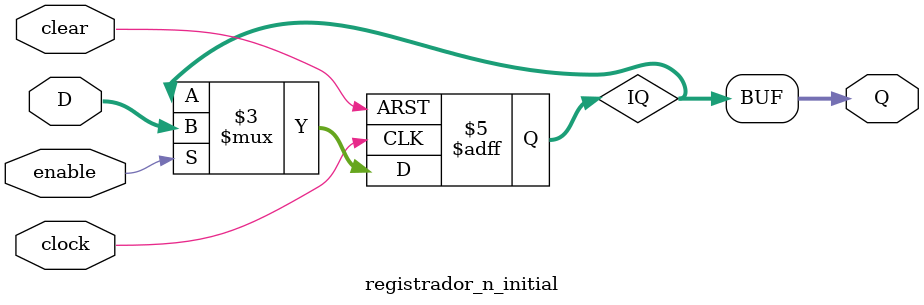
<source format=v>
/* -----------------Laboratorio Digital-----------------------------------
 *  Arquivo   : registrador_n.v
 * -----------------------------------------------------------------------
 *  Descricao : registrador com numero de bits N como parametro
 *              com clear assincrono e carga sincrona
 * 
 *              baseado no codigo vreg16.v do livro
 *              J. Wakerly, Digital design: principles and practices 5e
 *
 * -----------------------------------------------------------------------
 *  Revisoes  :
 *      Data        Versao  Autor             Descricao
 *      11/01/2024  1.0     Edson Midorikawa  criacao
 * -----------------------------------------------------------------------
 */
 
module registrador_n_initial #(parameter N = 8, parameter [N-1:0] INIT_VALUE = 0) (
    input          clock,
    input          clear,
    input          enable,
    input  [N-1:0] D,
    output [N-1:0] Q
);

    reg [N-1:0] IQ = INIT_VALUE;

    always @(posedge clock or posedge clear) begin
        if (clear)
            IQ <= INIT_VALUE;
        else if (enable)
            IQ <= D;
    end

    assign Q = IQ;

endmodule

</source>
